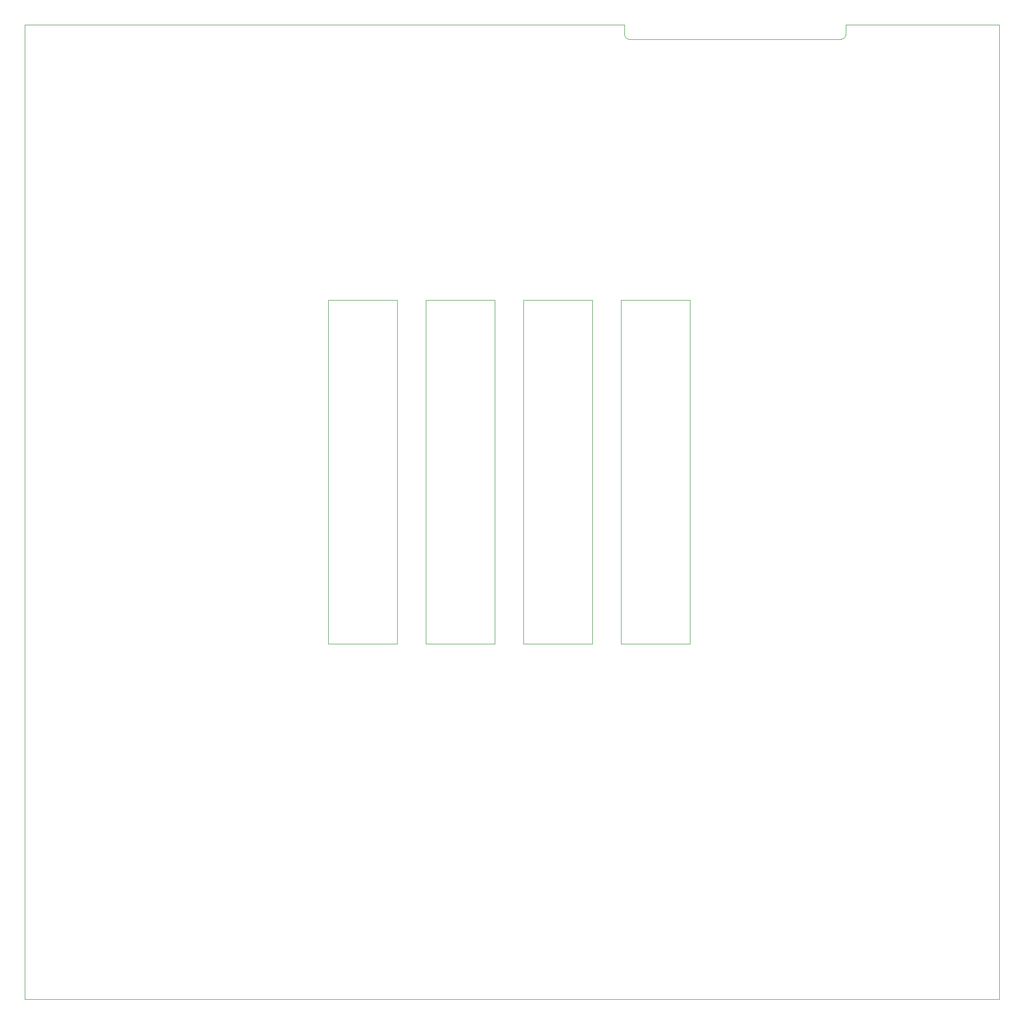
<source format=gm1>
G04 #@! TF.GenerationSoftware,KiCad,Pcbnew,5.1.8*
G04 #@! TF.CreationDate,2020-12-18T22:11:15+01:00*
G04 #@! TF.ProjectId,atx,6174782e-6b69-4636-9164-5f7063625858,rev?*
G04 #@! TF.SameCoordinates,Original*
G04 #@! TF.FileFunction,Profile,NP*
%FSLAX46Y46*%
G04 Gerber Fmt 4.6, Leading zero omitted, Abs format (unit mm)*
G04 Created by KiCad (PCBNEW 5.1.8) date 2020-12-18 22:11:15*
%MOMM*%
%LPD*%
G01*
G04 APERTURE LIST*
G04 #@! TA.AperFunction,Profile*
%ADD10C,0.050000*%
G04 #@! TD*
G04 #@! TA.AperFunction,Profile*
%ADD11C,0.120000*%
G04 #@! TD*
G04 #@! TA.AperFunction,Profile*
%ADD12C,0.100000*%
G04 #@! TD*
G04 APERTURE END LIST*
D10*
X143320000Y0D02*
X143214000Y-4000D01*
X104480000Y0D02*
X104606000Y-4000D01*
X170000000Y0D02*
X143320000Y0D01*
X170000000Y-170000000D02*
X170000000Y0D01*
X0Y-170000000D02*
X170000000Y-170000000D01*
X0Y0D02*
X0Y-170000000D01*
X0Y0D02*
X104480000Y0D01*
D11*
G04 #@! TO.C,W1*
X116000000Y-48000000D02*
X116000000Y-108000000D01*
X104000000Y-48000000D02*
X116000000Y-48000000D01*
X104000000Y-108000000D02*
X104000000Y-48000000D01*
X116000000Y-108000000D02*
X104000000Y-108000000D01*
G04 #@! TO.C,W2*
X99000000Y-48000000D02*
X99000000Y-108000000D01*
X87000000Y-48000000D02*
X99000000Y-48000000D01*
X87000000Y-108000000D02*
X87000000Y-48000000D01*
X99000000Y-108000000D02*
X87000000Y-108000000D01*
D12*
G04 #@! TO.C,J2*
X104606000Y-1782000D02*
X104606000Y-4000D01*
X142452000Y-2544000D02*
X105368000Y-2544000D01*
X143214000Y-4000D02*
X143214000Y-1782000D01*
X143214000Y-1782000D02*
G75*
G02*
X142452000Y-2544000I-762000J0D01*
G01*
X105368000Y-2544000D02*
G75*
G02*
X104606000Y-1782000I0J762000D01*
G01*
D11*
G04 #@! TO.C,W4*
X65000000Y-48000000D02*
X65000000Y-108000000D01*
X53000000Y-48000000D02*
X65000000Y-48000000D01*
X53000000Y-108000000D02*
X53000000Y-48000000D01*
X65000000Y-108000000D02*
X53000000Y-108000000D01*
G04 #@! TO.C,W3*
X82000000Y-48000000D02*
X82000000Y-108000000D01*
X70000000Y-48000000D02*
X82000000Y-48000000D01*
X70000000Y-108000000D02*
X70000000Y-48000000D01*
X82000000Y-108000000D02*
X70000000Y-108000000D01*
G04 #@! TD*
M02*

</source>
